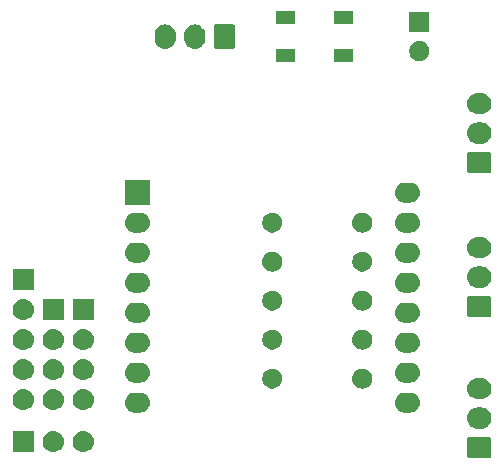
<source format=gts>
G04 #@! TF.GenerationSoftware,KiCad,Pcbnew,5.1.4-e60b266~84~ubuntu18.04.1*
G04 #@! TF.CreationDate,2019-09-03T20:05:05+02:00*
G04 #@! TF.ProjectId,multisensor,6d756c74-6973-4656-9e73-6f722e6b6963,rev?*
G04 #@! TF.SameCoordinates,Original*
G04 #@! TF.FileFunction,Soldermask,Top*
G04 #@! TF.FilePolarity,Negative*
%FSLAX46Y46*%
G04 Gerber Fmt 4.6, Leading zero omitted, Abs format (unit mm)*
G04 Created by KiCad (PCBNEW 5.1.4-e60b266~84~ubuntu18.04.1) date 2019-09-03 20:05:05*
%MOMM*%
%LPD*%
G04 APERTURE LIST*
%ADD10C,0.100000*%
G04 APERTURE END LIST*
D10*
G36*
X83179600Y-70222989D02*
G01*
X83212652Y-70233015D01*
X83243103Y-70249292D01*
X83269799Y-70271201D01*
X83291708Y-70297897D01*
X83307985Y-70328348D01*
X83318011Y-70361400D01*
X83322000Y-70401903D01*
X83322000Y-71838097D01*
X83318011Y-71878600D01*
X83307985Y-71911652D01*
X83291708Y-71942103D01*
X83269799Y-71968799D01*
X83243103Y-71990708D01*
X83212652Y-72006985D01*
X83179600Y-72017011D01*
X83139097Y-72021000D01*
X81452903Y-72021000D01*
X81412400Y-72017011D01*
X81379348Y-72006985D01*
X81348897Y-71990708D01*
X81322201Y-71968799D01*
X81300292Y-71942103D01*
X81284015Y-71911652D01*
X81273989Y-71878600D01*
X81270000Y-71838097D01*
X81270000Y-70401903D01*
X81273989Y-70361400D01*
X81284015Y-70328348D01*
X81300292Y-70297897D01*
X81322201Y-70271201D01*
X81348897Y-70249292D01*
X81379348Y-70233015D01*
X81412400Y-70222989D01*
X81452903Y-70219000D01*
X83139097Y-70219000D01*
X83179600Y-70222989D01*
X83179600Y-70222989D01*
G37*
G36*
X48878442Y-69717518D02*
G01*
X48944627Y-69724037D01*
X49114466Y-69775557D01*
X49270991Y-69859222D01*
X49306729Y-69888552D01*
X49408186Y-69971814D01*
X49491448Y-70073271D01*
X49520778Y-70109009D01*
X49604443Y-70265534D01*
X49655963Y-70435373D01*
X49673359Y-70612000D01*
X49655963Y-70788627D01*
X49604443Y-70958466D01*
X49520778Y-71114991D01*
X49491448Y-71150729D01*
X49408186Y-71252186D01*
X49306729Y-71335448D01*
X49270991Y-71364778D01*
X49114466Y-71448443D01*
X48944627Y-71499963D01*
X48878443Y-71506481D01*
X48812260Y-71513000D01*
X48723740Y-71513000D01*
X48657557Y-71506481D01*
X48591373Y-71499963D01*
X48421534Y-71448443D01*
X48265009Y-71364778D01*
X48229271Y-71335448D01*
X48127814Y-71252186D01*
X48044552Y-71150729D01*
X48015222Y-71114991D01*
X47931557Y-70958466D01*
X47880037Y-70788627D01*
X47862641Y-70612000D01*
X47880037Y-70435373D01*
X47931557Y-70265534D01*
X48015222Y-70109009D01*
X48044552Y-70073271D01*
X48127814Y-69971814D01*
X48229271Y-69888552D01*
X48265009Y-69859222D01*
X48421534Y-69775557D01*
X48591373Y-69724037D01*
X48657558Y-69717518D01*
X48723740Y-69711000D01*
X48812260Y-69711000D01*
X48878442Y-69717518D01*
X48878442Y-69717518D01*
G37*
G36*
X44589000Y-71513000D02*
G01*
X42787000Y-71513000D01*
X42787000Y-69711000D01*
X44589000Y-69711000D01*
X44589000Y-71513000D01*
X44589000Y-71513000D01*
G37*
G36*
X46338442Y-69717518D02*
G01*
X46404627Y-69724037D01*
X46574466Y-69775557D01*
X46730991Y-69859222D01*
X46766729Y-69888552D01*
X46868186Y-69971814D01*
X46951448Y-70073271D01*
X46980778Y-70109009D01*
X47064443Y-70265534D01*
X47115963Y-70435373D01*
X47133359Y-70612000D01*
X47115963Y-70788627D01*
X47064443Y-70958466D01*
X46980778Y-71114991D01*
X46951448Y-71150729D01*
X46868186Y-71252186D01*
X46766729Y-71335448D01*
X46730991Y-71364778D01*
X46574466Y-71448443D01*
X46404627Y-71499963D01*
X46338443Y-71506481D01*
X46272260Y-71513000D01*
X46183740Y-71513000D01*
X46117557Y-71506481D01*
X46051373Y-71499963D01*
X45881534Y-71448443D01*
X45725009Y-71364778D01*
X45689271Y-71335448D01*
X45587814Y-71252186D01*
X45504552Y-71150729D01*
X45475222Y-71114991D01*
X45391557Y-70958466D01*
X45340037Y-70788627D01*
X45322641Y-70612000D01*
X45340037Y-70435373D01*
X45391557Y-70265534D01*
X45475222Y-70109009D01*
X45504552Y-70073271D01*
X45587814Y-69971814D01*
X45689271Y-69888552D01*
X45725009Y-69859222D01*
X45881534Y-69775557D01*
X46051373Y-69724037D01*
X46117558Y-69717518D01*
X46183740Y-69711000D01*
X46272260Y-69711000D01*
X46338442Y-69717518D01*
X46338442Y-69717518D01*
G37*
G36*
X82531442Y-67725518D02*
G01*
X82597627Y-67732037D01*
X82767466Y-67783557D01*
X82923991Y-67867222D01*
X82954721Y-67892442D01*
X83061186Y-67979814D01*
X83144448Y-68081271D01*
X83173778Y-68117009D01*
X83257443Y-68273534D01*
X83308963Y-68443373D01*
X83326359Y-68620000D01*
X83308963Y-68796627D01*
X83257443Y-68966466D01*
X83173778Y-69122991D01*
X83144448Y-69158729D01*
X83061186Y-69260186D01*
X82959729Y-69343448D01*
X82923991Y-69372778D01*
X82767466Y-69456443D01*
X82597627Y-69507963D01*
X82531442Y-69514482D01*
X82465260Y-69521000D01*
X82126740Y-69521000D01*
X82060558Y-69514482D01*
X81994373Y-69507963D01*
X81824534Y-69456443D01*
X81668009Y-69372778D01*
X81632271Y-69343448D01*
X81530814Y-69260186D01*
X81447552Y-69158729D01*
X81418222Y-69122991D01*
X81334557Y-68966466D01*
X81283037Y-68796627D01*
X81265641Y-68620000D01*
X81283037Y-68443373D01*
X81334557Y-68273534D01*
X81418222Y-68117009D01*
X81447552Y-68081271D01*
X81530814Y-67979814D01*
X81637279Y-67892442D01*
X81668009Y-67867222D01*
X81824534Y-67783557D01*
X81994373Y-67732037D01*
X82060558Y-67725518D01*
X82126740Y-67719000D01*
X82465260Y-67719000D01*
X82531442Y-67725518D01*
X82531442Y-67725518D01*
G37*
G36*
X53706823Y-66471313D02*
G01*
X53867242Y-66519976D01*
X53999906Y-66590886D01*
X54015078Y-66598996D01*
X54144659Y-66705341D01*
X54251004Y-66834922D01*
X54251005Y-66834924D01*
X54330024Y-66982758D01*
X54378687Y-67143177D01*
X54395117Y-67310000D01*
X54378687Y-67476823D01*
X54330024Y-67637242D01*
X54286323Y-67719000D01*
X54251004Y-67785078D01*
X54144659Y-67914659D01*
X54015078Y-68021004D01*
X54015076Y-68021005D01*
X53867242Y-68100024D01*
X53706823Y-68148687D01*
X53581804Y-68161000D01*
X53098196Y-68161000D01*
X52973177Y-68148687D01*
X52812758Y-68100024D01*
X52664924Y-68021005D01*
X52664922Y-68021004D01*
X52535341Y-67914659D01*
X52428996Y-67785078D01*
X52393677Y-67719000D01*
X52349976Y-67637242D01*
X52301313Y-67476823D01*
X52284883Y-67310000D01*
X52301313Y-67143177D01*
X52349976Y-66982758D01*
X52428995Y-66834924D01*
X52428996Y-66834922D01*
X52535341Y-66705341D01*
X52664922Y-66598996D01*
X52680094Y-66590886D01*
X52812758Y-66519976D01*
X52973177Y-66471313D01*
X53098196Y-66459000D01*
X53581804Y-66459000D01*
X53706823Y-66471313D01*
X53706823Y-66471313D01*
G37*
G36*
X76566823Y-66471313D02*
G01*
X76727242Y-66519976D01*
X76859906Y-66590886D01*
X76875078Y-66598996D01*
X77004659Y-66705341D01*
X77111004Y-66834922D01*
X77111005Y-66834924D01*
X77190024Y-66982758D01*
X77238687Y-67143177D01*
X77255117Y-67310000D01*
X77238687Y-67476823D01*
X77190024Y-67637242D01*
X77146323Y-67719000D01*
X77111004Y-67785078D01*
X77004659Y-67914659D01*
X76875078Y-68021004D01*
X76875076Y-68021005D01*
X76727242Y-68100024D01*
X76566823Y-68148687D01*
X76441804Y-68161000D01*
X75958196Y-68161000D01*
X75833177Y-68148687D01*
X75672758Y-68100024D01*
X75524924Y-68021005D01*
X75524922Y-68021004D01*
X75395341Y-67914659D01*
X75288996Y-67785078D01*
X75253677Y-67719000D01*
X75209976Y-67637242D01*
X75161313Y-67476823D01*
X75144883Y-67310000D01*
X75161313Y-67143177D01*
X75209976Y-66982758D01*
X75288995Y-66834924D01*
X75288996Y-66834922D01*
X75395341Y-66705341D01*
X75524922Y-66598996D01*
X75540094Y-66590886D01*
X75672758Y-66519976D01*
X75833177Y-66471313D01*
X75958196Y-66459000D01*
X76441804Y-66459000D01*
X76566823Y-66471313D01*
X76566823Y-66471313D01*
G37*
G36*
X48878442Y-66161518D02*
G01*
X48944627Y-66168037D01*
X49114466Y-66219557D01*
X49270991Y-66303222D01*
X49306729Y-66332552D01*
X49408186Y-66415814D01*
X49491448Y-66517271D01*
X49520778Y-66553009D01*
X49604443Y-66709534D01*
X49655963Y-66879373D01*
X49673359Y-67056000D01*
X49655963Y-67232627D01*
X49604443Y-67402466D01*
X49520778Y-67558991D01*
X49491448Y-67594729D01*
X49408186Y-67696186D01*
X49306729Y-67779448D01*
X49270991Y-67808778D01*
X49114466Y-67892443D01*
X48944627Y-67943963D01*
X48878442Y-67950482D01*
X48812260Y-67957000D01*
X48723740Y-67957000D01*
X48657558Y-67950482D01*
X48591373Y-67943963D01*
X48421534Y-67892443D01*
X48265009Y-67808778D01*
X48229271Y-67779448D01*
X48127814Y-67696186D01*
X48044552Y-67594729D01*
X48015222Y-67558991D01*
X47931557Y-67402466D01*
X47880037Y-67232627D01*
X47862641Y-67056000D01*
X47880037Y-66879373D01*
X47931557Y-66709534D01*
X48015222Y-66553009D01*
X48044552Y-66517271D01*
X48127814Y-66415814D01*
X48229271Y-66332552D01*
X48265009Y-66303222D01*
X48421534Y-66219557D01*
X48591373Y-66168037D01*
X48657558Y-66161518D01*
X48723740Y-66155000D01*
X48812260Y-66155000D01*
X48878442Y-66161518D01*
X48878442Y-66161518D01*
G37*
G36*
X43798442Y-66161518D02*
G01*
X43864627Y-66168037D01*
X44034466Y-66219557D01*
X44190991Y-66303222D01*
X44226729Y-66332552D01*
X44328186Y-66415814D01*
X44411448Y-66517271D01*
X44440778Y-66553009D01*
X44524443Y-66709534D01*
X44575963Y-66879373D01*
X44593359Y-67056000D01*
X44575963Y-67232627D01*
X44524443Y-67402466D01*
X44440778Y-67558991D01*
X44411448Y-67594729D01*
X44328186Y-67696186D01*
X44226729Y-67779448D01*
X44190991Y-67808778D01*
X44034466Y-67892443D01*
X43864627Y-67943963D01*
X43798442Y-67950482D01*
X43732260Y-67957000D01*
X43643740Y-67957000D01*
X43577558Y-67950482D01*
X43511373Y-67943963D01*
X43341534Y-67892443D01*
X43185009Y-67808778D01*
X43149271Y-67779448D01*
X43047814Y-67696186D01*
X42964552Y-67594729D01*
X42935222Y-67558991D01*
X42851557Y-67402466D01*
X42800037Y-67232627D01*
X42782641Y-67056000D01*
X42800037Y-66879373D01*
X42851557Y-66709534D01*
X42935222Y-66553009D01*
X42964552Y-66517271D01*
X43047814Y-66415814D01*
X43149271Y-66332552D01*
X43185009Y-66303222D01*
X43341534Y-66219557D01*
X43511373Y-66168037D01*
X43577558Y-66161518D01*
X43643740Y-66155000D01*
X43732260Y-66155000D01*
X43798442Y-66161518D01*
X43798442Y-66161518D01*
G37*
G36*
X46338442Y-66161518D02*
G01*
X46404627Y-66168037D01*
X46574466Y-66219557D01*
X46730991Y-66303222D01*
X46766729Y-66332552D01*
X46868186Y-66415814D01*
X46951448Y-66517271D01*
X46980778Y-66553009D01*
X47064443Y-66709534D01*
X47115963Y-66879373D01*
X47133359Y-67056000D01*
X47115963Y-67232627D01*
X47064443Y-67402466D01*
X46980778Y-67558991D01*
X46951448Y-67594729D01*
X46868186Y-67696186D01*
X46766729Y-67779448D01*
X46730991Y-67808778D01*
X46574466Y-67892443D01*
X46404627Y-67943963D01*
X46338442Y-67950482D01*
X46272260Y-67957000D01*
X46183740Y-67957000D01*
X46117558Y-67950482D01*
X46051373Y-67943963D01*
X45881534Y-67892443D01*
X45725009Y-67808778D01*
X45689271Y-67779448D01*
X45587814Y-67696186D01*
X45504552Y-67594729D01*
X45475222Y-67558991D01*
X45391557Y-67402466D01*
X45340037Y-67232627D01*
X45322641Y-67056000D01*
X45340037Y-66879373D01*
X45391557Y-66709534D01*
X45475222Y-66553009D01*
X45504552Y-66517271D01*
X45587814Y-66415814D01*
X45689271Y-66332552D01*
X45725009Y-66303222D01*
X45881534Y-66219557D01*
X46051373Y-66168037D01*
X46117558Y-66161518D01*
X46183740Y-66155000D01*
X46272260Y-66155000D01*
X46338442Y-66161518D01*
X46338442Y-66161518D01*
G37*
G36*
X82531442Y-65225518D02*
G01*
X82597627Y-65232037D01*
X82767466Y-65283557D01*
X82923991Y-65367222D01*
X82959729Y-65396552D01*
X83061186Y-65479814D01*
X83127012Y-65560025D01*
X83173778Y-65617009D01*
X83257443Y-65773534D01*
X83308963Y-65943373D01*
X83326359Y-66120000D01*
X83308963Y-66296627D01*
X83257443Y-66466466D01*
X83173778Y-66622991D01*
X83144448Y-66658729D01*
X83061186Y-66760186D01*
X82970116Y-66834924D01*
X82923991Y-66872778D01*
X82767466Y-66956443D01*
X82597627Y-67007963D01*
X82531443Y-67014481D01*
X82465260Y-67021000D01*
X82126740Y-67021000D01*
X82060557Y-67014481D01*
X81994373Y-67007963D01*
X81824534Y-66956443D01*
X81668009Y-66872778D01*
X81621884Y-66834924D01*
X81530814Y-66760186D01*
X81447552Y-66658729D01*
X81418222Y-66622991D01*
X81334557Y-66466466D01*
X81283037Y-66296627D01*
X81265641Y-66120000D01*
X81283037Y-65943373D01*
X81334557Y-65773534D01*
X81418222Y-65617009D01*
X81464988Y-65560025D01*
X81530814Y-65479814D01*
X81632271Y-65396552D01*
X81668009Y-65367222D01*
X81824534Y-65283557D01*
X81994373Y-65232037D01*
X82060558Y-65225518D01*
X82126740Y-65219000D01*
X82465260Y-65219000D01*
X82531442Y-65225518D01*
X82531442Y-65225518D01*
G37*
G36*
X65018228Y-64459703D02*
G01*
X65173100Y-64523853D01*
X65312481Y-64616985D01*
X65431015Y-64735519D01*
X65524147Y-64874900D01*
X65588297Y-65029772D01*
X65621000Y-65194184D01*
X65621000Y-65361816D01*
X65588297Y-65526228D01*
X65524147Y-65681100D01*
X65431015Y-65820481D01*
X65312481Y-65939015D01*
X65173100Y-66032147D01*
X65018228Y-66096297D01*
X64853816Y-66129000D01*
X64686184Y-66129000D01*
X64521772Y-66096297D01*
X64366900Y-66032147D01*
X64227519Y-65939015D01*
X64108985Y-65820481D01*
X64015853Y-65681100D01*
X63951703Y-65526228D01*
X63919000Y-65361816D01*
X63919000Y-65194184D01*
X63951703Y-65029772D01*
X64015853Y-64874900D01*
X64108985Y-64735519D01*
X64227519Y-64616985D01*
X64366900Y-64523853D01*
X64521772Y-64459703D01*
X64686184Y-64427000D01*
X64853816Y-64427000D01*
X65018228Y-64459703D01*
X65018228Y-64459703D01*
G37*
G36*
X72556823Y-64439313D02*
G01*
X72717242Y-64487976D01*
X72784361Y-64523852D01*
X72865078Y-64566996D01*
X72994659Y-64673341D01*
X73101004Y-64802922D01*
X73101005Y-64802924D01*
X73180024Y-64950758D01*
X73228687Y-65111177D01*
X73245117Y-65278000D01*
X73228687Y-65444823D01*
X73180024Y-65605242D01*
X73139477Y-65681100D01*
X73101004Y-65753078D01*
X72994659Y-65882659D01*
X72865078Y-65989004D01*
X72865076Y-65989005D01*
X72717242Y-66068024D01*
X72556823Y-66116687D01*
X72431804Y-66129000D01*
X72348196Y-66129000D01*
X72223177Y-66116687D01*
X72062758Y-66068024D01*
X71914924Y-65989005D01*
X71914922Y-65989004D01*
X71785341Y-65882659D01*
X71678996Y-65753078D01*
X71640523Y-65681100D01*
X71599976Y-65605242D01*
X71551313Y-65444823D01*
X71534883Y-65278000D01*
X71551313Y-65111177D01*
X71599976Y-64950758D01*
X71678995Y-64802924D01*
X71678996Y-64802922D01*
X71785341Y-64673341D01*
X71914922Y-64566996D01*
X71995639Y-64523852D01*
X72062758Y-64487976D01*
X72223177Y-64439313D01*
X72348196Y-64427000D01*
X72431804Y-64427000D01*
X72556823Y-64439313D01*
X72556823Y-64439313D01*
G37*
G36*
X53706823Y-63931313D02*
G01*
X53867242Y-63979976D01*
X53999906Y-64050886D01*
X54015078Y-64058996D01*
X54144659Y-64165341D01*
X54251004Y-64294922D01*
X54251005Y-64294924D01*
X54330024Y-64442758D01*
X54378687Y-64603177D01*
X54395117Y-64770000D01*
X54378687Y-64936823D01*
X54330024Y-65097242D01*
X54278207Y-65194184D01*
X54251004Y-65245078D01*
X54144659Y-65374659D01*
X54015078Y-65481004D01*
X54015076Y-65481005D01*
X53867242Y-65560024D01*
X53706823Y-65608687D01*
X53581804Y-65621000D01*
X53098196Y-65621000D01*
X52973177Y-65608687D01*
X52812758Y-65560024D01*
X52664924Y-65481005D01*
X52664922Y-65481004D01*
X52535341Y-65374659D01*
X52428996Y-65245078D01*
X52401793Y-65194184D01*
X52349976Y-65097242D01*
X52301313Y-64936823D01*
X52284883Y-64770000D01*
X52301313Y-64603177D01*
X52349976Y-64442758D01*
X52428995Y-64294924D01*
X52428996Y-64294922D01*
X52535341Y-64165341D01*
X52664922Y-64058996D01*
X52680094Y-64050886D01*
X52812758Y-63979976D01*
X52973177Y-63931313D01*
X53098196Y-63919000D01*
X53581804Y-63919000D01*
X53706823Y-63931313D01*
X53706823Y-63931313D01*
G37*
G36*
X76566823Y-63931313D02*
G01*
X76727242Y-63979976D01*
X76859906Y-64050886D01*
X76875078Y-64058996D01*
X77004659Y-64165341D01*
X77111004Y-64294922D01*
X77111005Y-64294924D01*
X77190024Y-64442758D01*
X77238687Y-64603177D01*
X77255117Y-64770000D01*
X77238687Y-64936823D01*
X77190024Y-65097242D01*
X77138207Y-65194184D01*
X77111004Y-65245078D01*
X77004659Y-65374659D01*
X76875078Y-65481004D01*
X76875076Y-65481005D01*
X76727242Y-65560024D01*
X76566823Y-65608687D01*
X76441804Y-65621000D01*
X75958196Y-65621000D01*
X75833177Y-65608687D01*
X75672758Y-65560024D01*
X75524924Y-65481005D01*
X75524922Y-65481004D01*
X75395341Y-65374659D01*
X75288996Y-65245078D01*
X75261793Y-65194184D01*
X75209976Y-65097242D01*
X75161313Y-64936823D01*
X75144883Y-64770000D01*
X75161313Y-64603177D01*
X75209976Y-64442758D01*
X75288995Y-64294924D01*
X75288996Y-64294922D01*
X75395341Y-64165341D01*
X75524922Y-64058996D01*
X75540094Y-64050886D01*
X75672758Y-63979976D01*
X75833177Y-63931313D01*
X75958196Y-63919000D01*
X76441804Y-63919000D01*
X76566823Y-63931313D01*
X76566823Y-63931313D01*
G37*
G36*
X43798443Y-63621519D02*
G01*
X43864627Y-63628037D01*
X44034466Y-63679557D01*
X44190991Y-63763222D01*
X44226729Y-63792552D01*
X44328186Y-63875814D01*
X44411448Y-63977271D01*
X44440778Y-64013009D01*
X44524443Y-64169534D01*
X44575963Y-64339373D01*
X44593359Y-64516000D01*
X44575963Y-64692627D01*
X44524443Y-64862466D01*
X44440778Y-65018991D01*
X44431931Y-65029771D01*
X44328186Y-65156186D01*
X44235760Y-65232037D01*
X44190991Y-65268778D01*
X44034466Y-65352443D01*
X43864627Y-65403963D01*
X43798443Y-65410481D01*
X43732260Y-65417000D01*
X43643740Y-65417000D01*
X43577557Y-65410481D01*
X43511373Y-65403963D01*
X43341534Y-65352443D01*
X43185009Y-65268778D01*
X43140240Y-65232037D01*
X43047814Y-65156186D01*
X42944069Y-65029771D01*
X42935222Y-65018991D01*
X42851557Y-64862466D01*
X42800037Y-64692627D01*
X42782641Y-64516000D01*
X42800037Y-64339373D01*
X42851557Y-64169534D01*
X42935222Y-64013009D01*
X42964552Y-63977271D01*
X43047814Y-63875814D01*
X43149271Y-63792552D01*
X43185009Y-63763222D01*
X43341534Y-63679557D01*
X43511373Y-63628037D01*
X43577557Y-63621519D01*
X43643740Y-63615000D01*
X43732260Y-63615000D01*
X43798443Y-63621519D01*
X43798443Y-63621519D01*
G37*
G36*
X48878443Y-63621519D02*
G01*
X48944627Y-63628037D01*
X49114466Y-63679557D01*
X49270991Y-63763222D01*
X49306729Y-63792552D01*
X49408186Y-63875814D01*
X49491448Y-63977271D01*
X49520778Y-64013009D01*
X49604443Y-64169534D01*
X49655963Y-64339373D01*
X49673359Y-64516000D01*
X49655963Y-64692627D01*
X49604443Y-64862466D01*
X49520778Y-65018991D01*
X49511931Y-65029771D01*
X49408186Y-65156186D01*
X49315760Y-65232037D01*
X49270991Y-65268778D01*
X49114466Y-65352443D01*
X48944627Y-65403963D01*
X48878443Y-65410481D01*
X48812260Y-65417000D01*
X48723740Y-65417000D01*
X48657557Y-65410481D01*
X48591373Y-65403963D01*
X48421534Y-65352443D01*
X48265009Y-65268778D01*
X48220240Y-65232037D01*
X48127814Y-65156186D01*
X48024069Y-65029771D01*
X48015222Y-65018991D01*
X47931557Y-64862466D01*
X47880037Y-64692627D01*
X47862641Y-64516000D01*
X47880037Y-64339373D01*
X47931557Y-64169534D01*
X48015222Y-64013009D01*
X48044552Y-63977271D01*
X48127814Y-63875814D01*
X48229271Y-63792552D01*
X48265009Y-63763222D01*
X48421534Y-63679557D01*
X48591373Y-63628037D01*
X48657557Y-63621519D01*
X48723740Y-63615000D01*
X48812260Y-63615000D01*
X48878443Y-63621519D01*
X48878443Y-63621519D01*
G37*
G36*
X46338443Y-63621519D02*
G01*
X46404627Y-63628037D01*
X46574466Y-63679557D01*
X46730991Y-63763222D01*
X46766729Y-63792552D01*
X46868186Y-63875814D01*
X46951448Y-63977271D01*
X46980778Y-64013009D01*
X47064443Y-64169534D01*
X47115963Y-64339373D01*
X47133359Y-64516000D01*
X47115963Y-64692627D01*
X47064443Y-64862466D01*
X46980778Y-65018991D01*
X46971931Y-65029771D01*
X46868186Y-65156186D01*
X46775760Y-65232037D01*
X46730991Y-65268778D01*
X46574466Y-65352443D01*
X46404627Y-65403963D01*
X46338443Y-65410481D01*
X46272260Y-65417000D01*
X46183740Y-65417000D01*
X46117557Y-65410481D01*
X46051373Y-65403963D01*
X45881534Y-65352443D01*
X45725009Y-65268778D01*
X45680240Y-65232037D01*
X45587814Y-65156186D01*
X45484069Y-65029771D01*
X45475222Y-65018991D01*
X45391557Y-64862466D01*
X45340037Y-64692627D01*
X45322641Y-64516000D01*
X45340037Y-64339373D01*
X45391557Y-64169534D01*
X45475222Y-64013009D01*
X45504552Y-63977271D01*
X45587814Y-63875814D01*
X45689271Y-63792552D01*
X45725009Y-63763222D01*
X45881534Y-63679557D01*
X46051373Y-63628037D01*
X46117557Y-63621519D01*
X46183740Y-63615000D01*
X46272260Y-63615000D01*
X46338443Y-63621519D01*
X46338443Y-63621519D01*
G37*
G36*
X76566823Y-61391313D02*
G01*
X76727242Y-61439976D01*
X76859906Y-61510886D01*
X76875078Y-61518996D01*
X77004659Y-61625341D01*
X77111004Y-61754922D01*
X77111005Y-61754924D01*
X77190024Y-61902758D01*
X77238687Y-62063177D01*
X77255117Y-62230000D01*
X77238687Y-62396823D01*
X77190024Y-62557242D01*
X77147384Y-62637015D01*
X77111004Y-62705078D01*
X77004659Y-62834659D01*
X76875078Y-62941004D01*
X76875076Y-62941005D01*
X76727242Y-63020024D01*
X76566823Y-63068687D01*
X76441804Y-63081000D01*
X75958196Y-63081000D01*
X75833177Y-63068687D01*
X75672758Y-63020024D01*
X75524924Y-62941005D01*
X75524922Y-62941004D01*
X75395341Y-62834659D01*
X75288996Y-62705078D01*
X75252616Y-62637015D01*
X75209976Y-62557242D01*
X75161313Y-62396823D01*
X75144883Y-62230000D01*
X75161313Y-62063177D01*
X75209976Y-61902758D01*
X75288995Y-61754924D01*
X75288996Y-61754922D01*
X75395341Y-61625341D01*
X75524922Y-61518996D01*
X75540094Y-61510886D01*
X75672758Y-61439976D01*
X75833177Y-61391313D01*
X75958196Y-61379000D01*
X76441804Y-61379000D01*
X76566823Y-61391313D01*
X76566823Y-61391313D01*
G37*
G36*
X53706823Y-61391313D02*
G01*
X53867242Y-61439976D01*
X53999906Y-61510886D01*
X54015078Y-61518996D01*
X54144659Y-61625341D01*
X54251004Y-61754922D01*
X54251005Y-61754924D01*
X54330024Y-61902758D01*
X54378687Y-62063177D01*
X54395117Y-62230000D01*
X54378687Y-62396823D01*
X54330024Y-62557242D01*
X54287384Y-62637015D01*
X54251004Y-62705078D01*
X54144659Y-62834659D01*
X54015078Y-62941004D01*
X54015076Y-62941005D01*
X53867242Y-63020024D01*
X53706823Y-63068687D01*
X53581804Y-63081000D01*
X53098196Y-63081000D01*
X52973177Y-63068687D01*
X52812758Y-63020024D01*
X52664924Y-62941005D01*
X52664922Y-62941004D01*
X52535341Y-62834659D01*
X52428996Y-62705078D01*
X52392616Y-62637015D01*
X52349976Y-62557242D01*
X52301313Y-62396823D01*
X52284883Y-62230000D01*
X52301313Y-62063177D01*
X52349976Y-61902758D01*
X52428995Y-61754924D01*
X52428996Y-61754922D01*
X52535341Y-61625341D01*
X52664922Y-61518996D01*
X52680094Y-61510886D01*
X52812758Y-61439976D01*
X52973177Y-61391313D01*
X53098196Y-61379000D01*
X53581804Y-61379000D01*
X53706823Y-61391313D01*
X53706823Y-61391313D01*
G37*
G36*
X48878442Y-61081518D02*
G01*
X48944627Y-61088037D01*
X49114466Y-61139557D01*
X49270991Y-61223222D01*
X49306729Y-61252552D01*
X49408186Y-61335814D01*
X49488369Y-61433519D01*
X49520778Y-61473009D01*
X49604443Y-61629534D01*
X49655963Y-61799373D01*
X49673359Y-61976000D01*
X49655963Y-62152627D01*
X49604443Y-62322466D01*
X49520778Y-62478991D01*
X49491448Y-62514729D01*
X49408186Y-62616186D01*
X49306729Y-62699448D01*
X49270991Y-62728778D01*
X49114466Y-62812443D01*
X48944627Y-62863963D01*
X48878443Y-62870481D01*
X48812260Y-62877000D01*
X48723740Y-62877000D01*
X48657557Y-62870481D01*
X48591373Y-62863963D01*
X48421534Y-62812443D01*
X48265009Y-62728778D01*
X48229271Y-62699448D01*
X48127814Y-62616186D01*
X48044552Y-62514729D01*
X48015222Y-62478991D01*
X47931557Y-62322466D01*
X47880037Y-62152627D01*
X47862641Y-61976000D01*
X47880037Y-61799373D01*
X47931557Y-61629534D01*
X48015222Y-61473009D01*
X48047631Y-61433519D01*
X48127814Y-61335814D01*
X48229271Y-61252552D01*
X48265009Y-61223222D01*
X48421534Y-61139557D01*
X48591373Y-61088037D01*
X48657558Y-61081518D01*
X48723740Y-61075000D01*
X48812260Y-61075000D01*
X48878442Y-61081518D01*
X48878442Y-61081518D01*
G37*
G36*
X43798442Y-61081518D02*
G01*
X43864627Y-61088037D01*
X44034466Y-61139557D01*
X44190991Y-61223222D01*
X44226729Y-61252552D01*
X44328186Y-61335814D01*
X44408369Y-61433519D01*
X44440778Y-61473009D01*
X44524443Y-61629534D01*
X44575963Y-61799373D01*
X44593359Y-61976000D01*
X44575963Y-62152627D01*
X44524443Y-62322466D01*
X44440778Y-62478991D01*
X44411448Y-62514729D01*
X44328186Y-62616186D01*
X44226729Y-62699448D01*
X44190991Y-62728778D01*
X44034466Y-62812443D01*
X43864627Y-62863963D01*
X43798443Y-62870481D01*
X43732260Y-62877000D01*
X43643740Y-62877000D01*
X43577557Y-62870481D01*
X43511373Y-62863963D01*
X43341534Y-62812443D01*
X43185009Y-62728778D01*
X43149271Y-62699448D01*
X43047814Y-62616186D01*
X42964552Y-62514729D01*
X42935222Y-62478991D01*
X42851557Y-62322466D01*
X42800037Y-62152627D01*
X42782641Y-61976000D01*
X42800037Y-61799373D01*
X42851557Y-61629534D01*
X42935222Y-61473009D01*
X42967631Y-61433519D01*
X43047814Y-61335814D01*
X43149271Y-61252552D01*
X43185009Y-61223222D01*
X43341534Y-61139557D01*
X43511373Y-61088037D01*
X43577558Y-61081518D01*
X43643740Y-61075000D01*
X43732260Y-61075000D01*
X43798442Y-61081518D01*
X43798442Y-61081518D01*
G37*
G36*
X46338442Y-61081518D02*
G01*
X46404627Y-61088037D01*
X46574466Y-61139557D01*
X46730991Y-61223222D01*
X46766729Y-61252552D01*
X46868186Y-61335814D01*
X46948369Y-61433519D01*
X46980778Y-61473009D01*
X47064443Y-61629534D01*
X47115963Y-61799373D01*
X47133359Y-61976000D01*
X47115963Y-62152627D01*
X47064443Y-62322466D01*
X46980778Y-62478991D01*
X46951448Y-62514729D01*
X46868186Y-62616186D01*
X46766729Y-62699448D01*
X46730991Y-62728778D01*
X46574466Y-62812443D01*
X46404627Y-62863963D01*
X46338443Y-62870481D01*
X46272260Y-62877000D01*
X46183740Y-62877000D01*
X46117557Y-62870481D01*
X46051373Y-62863963D01*
X45881534Y-62812443D01*
X45725009Y-62728778D01*
X45689271Y-62699448D01*
X45587814Y-62616186D01*
X45504552Y-62514729D01*
X45475222Y-62478991D01*
X45391557Y-62322466D01*
X45340037Y-62152627D01*
X45322641Y-61976000D01*
X45340037Y-61799373D01*
X45391557Y-61629534D01*
X45475222Y-61473009D01*
X45507631Y-61433519D01*
X45587814Y-61335814D01*
X45689271Y-61252552D01*
X45725009Y-61223222D01*
X45881534Y-61139557D01*
X46051373Y-61088037D01*
X46117558Y-61081518D01*
X46183740Y-61075000D01*
X46272260Y-61075000D01*
X46338442Y-61081518D01*
X46338442Y-61081518D01*
G37*
G36*
X72556823Y-61137313D02*
G01*
X72717242Y-61185976D01*
X72784361Y-61221852D01*
X72865078Y-61264996D01*
X72994659Y-61371341D01*
X73101004Y-61500922D01*
X73101005Y-61500924D01*
X73180024Y-61648758D01*
X73228687Y-61809177D01*
X73245117Y-61976000D01*
X73228687Y-62142823D01*
X73180024Y-62303242D01*
X73139477Y-62379100D01*
X73101004Y-62451078D01*
X72994659Y-62580659D01*
X72865078Y-62687004D01*
X72865076Y-62687005D01*
X72717242Y-62766024D01*
X72556823Y-62814687D01*
X72431804Y-62827000D01*
X72348196Y-62827000D01*
X72223177Y-62814687D01*
X72062758Y-62766024D01*
X71914924Y-62687005D01*
X71914922Y-62687004D01*
X71785341Y-62580659D01*
X71678996Y-62451078D01*
X71640523Y-62379100D01*
X71599976Y-62303242D01*
X71551313Y-62142823D01*
X71534883Y-61976000D01*
X71551313Y-61809177D01*
X71599976Y-61648758D01*
X71678995Y-61500924D01*
X71678996Y-61500922D01*
X71785341Y-61371341D01*
X71914922Y-61264996D01*
X71995639Y-61221852D01*
X72062758Y-61185976D01*
X72223177Y-61137313D01*
X72348196Y-61125000D01*
X72431804Y-61125000D01*
X72556823Y-61137313D01*
X72556823Y-61137313D01*
G37*
G36*
X65018228Y-61157703D02*
G01*
X65173100Y-61221853D01*
X65312481Y-61314985D01*
X65431015Y-61433519D01*
X65524147Y-61572900D01*
X65588297Y-61727772D01*
X65621000Y-61892184D01*
X65621000Y-62059816D01*
X65588297Y-62224228D01*
X65524147Y-62379100D01*
X65431015Y-62518481D01*
X65312481Y-62637015D01*
X65173100Y-62730147D01*
X65018228Y-62794297D01*
X64853816Y-62827000D01*
X64686184Y-62827000D01*
X64521772Y-62794297D01*
X64366900Y-62730147D01*
X64227519Y-62637015D01*
X64108985Y-62518481D01*
X64015853Y-62379100D01*
X63951703Y-62224228D01*
X63919000Y-62059816D01*
X63919000Y-61892184D01*
X63951703Y-61727772D01*
X64015853Y-61572900D01*
X64108985Y-61433519D01*
X64227519Y-61314985D01*
X64366900Y-61221853D01*
X64521772Y-61157703D01*
X64686184Y-61125000D01*
X64853816Y-61125000D01*
X65018228Y-61157703D01*
X65018228Y-61157703D01*
G37*
G36*
X76566823Y-58851313D02*
G01*
X76727242Y-58899976D01*
X76859906Y-58970886D01*
X76875078Y-58978996D01*
X77004659Y-59085341D01*
X77111004Y-59214922D01*
X77111005Y-59214924D01*
X77190024Y-59362758D01*
X77238687Y-59523177D01*
X77255117Y-59690000D01*
X77238687Y-59856823D01*
X77190024Y-60017242D01*
X77119114Y-60149906D01*
X77111004Y-60165078D01*
X77004659Y-60294659D01*
X76875078Y-60401004D01*
X76875076Y-60401005D01*
X76727242Y-60480024D01*
X76566823Y-60528687D01*
X76441804Y-60541000D01*
X75958196Y-60541000D01*
X75833177Y-60528687D01*
X75672758Y-60480024D01*
X75524924Y-60401005D01*
X75524922Y-60401004D01*
X75395341Y-60294659D01*
X75288996Y-60165078D01*
X75280886Y-60149906D01*
X75209976Y-60017242D01*
X75161313Y-59856823D01*
X75144883Y-59690000D01*
X75161313Y-59523177D01*
X75209976Y-59362758D01*
X75288995Y-59214924D01*
X75288996Y-59214922D01*
X75395341Y-59085341D01*
X75524922Y-58978996D01*
X75540094Y-58970886D01*
X75672758Y-58899976D01*
X75833177Y-58851313D01*
X75958196Y-58839000D01*
X76441804Y-58839000D01*
X76566823Y-58851313D01*
X76566823Y-58851313D01*
G37*
G36*
X53706823Y-58851313D02*
G01*
X53867242Y-58899976D01*
X53999906Y-58970886D01*
X54015078Y-58978996D01*
X54144659Y-59085341D01*
X54251004Y-59214922D01*
X54251005Y-59214924D01*
X54330024Y-59362758D01*
X54378687Y-59523177D01*
X54395117Y-59690000D01*
X54378687Y-59856823D01*
X54330024Y-60017242D01*
X54259114Y-60149906D01*
X54251004Y-60165078D01*
X54144659Y-60294659D01*
X54015078Y-60401004D01*
X54015076Y-60401005D01*
X53867242Y-60480024D01*
X53706823Y-60528687D01*
X53581804Y-60541000D01*
X53098196Y-60541000D01*
X52973177Y-60528687D01*
X52812758Y-60480024D01*
X52664924Y-60401005D01*
X52664922Y-60401004D01*
X52535341Y-60294659D01*
X52428996Y-60165078D01*
X52420886Y-60149906D01*
X52349976Y-60017242D01*
X52301313Y-59856823D01*
X52284883Y-59690000D01*
X52301313Y-59523177D01*
X52349976Y-59362758D01*
X52428995Y-59214924D01*
X52428996Y-59214922D01*
X52535341Y-59085341D01*
X52664922Y-58978996D01*
X52680094Y-58970886D01*
X52812758Y-58899976D01*
X52973177Y-58851313D01*
X53098196Y-58839000D01*
X53581804Y-58839000D01*
X53706823Y-58851313D01*
X53706823Y-58851313D01*
G37*
G36*
X49669000Y-60337000D02*
G01*
X47867000Y-60337000D01*
X47867000Y-58535000D01*
X49669000Y-58535000D01*
X49669000Y-60337000D01*
X49669000Y-60337000D01*
G37*
G36*
X43798443Y-58541519D02*
G01*
X43864627Y-58548037D01*
X44034466Y-58599557D01*
X44190991Y-58683222D01*
X44226729Y-58712552D01*
X44328186Y-58795814D01*
X44411448Y-58897271D01*
X44440778Y-58933009D01*
X44524443Y-59089534D01*
X44575963Y-59259373D01*
X44593359Y-59436000D01*
X44575963Y-59612627D01*
X44524443Y-59782466D01*
X44440778Y-59938991D01*
X44419247Y-59965226D01*
X44328186Y-60076186D01*
X44226729Y-60159448D01*
X44190991Y-60188778D01*
X44034466Y-60272443D01*
X43864627Y-60323963D01*
X43798442Y-60330482D01*
X43732260Y-60337000D01*
X43643740Y-60337000D01*
X43577558Y-60330482D01*
X43511373Y-60323963D01*
X43341534Y-60272443D01*
X43185009Y-60188778D01*
X43149271Y-60159448D01*
X43047814Y-60076186D01*
X42956753Y-59965226D01*
X42935222Y-59938991D01*
X42851557Y-59782466D01*
X42800037Y-59612627D01*
X42782641Y-59436000D01*
X42800037Y-59259373D01*
X42851557Y-59089534D01*
X42935222Y-58933009D01*
X42964552Y-58897271D01*
X43047814Y-58795814D01*
X43149271Y-58712552D01*
X43185009Y-58683222D01*
X43341534Y-58599557D01*
X43511373Y-58548037D01*
X43577557Y-58541519D01*
X43643740Y-58535000D01*
X43732260Y-58535000D01*
X43798443Y-58541519D01*
X43798443Y-58541519D01*
G37*
G36*
X47129000Y-60337000D02*
G01*
X45327000Y-60337000D01*
X45327000Y-58535000D01*
X47129000Y-58535000D01*
X47129000Y-60337000D01*
X47129000Y-60337000D01*
G37*
G36*
X83179600Y-58284989D02*
G01*
X83212652Y-58295015D01*
X83243103Y-58311292D01*
X83269799Y-58333201D01*
X83291708Y-58359897D01*
X83307985Y-58390348D01*
X83318011Y-58423400D01*
X83322000Y-58463903D01*
X83322000Y-59900097D01*
X83318011Y-59940600D01*
X83307985Y-59973652D01*
X83291708Y-60004103D01*
X83269799Y-60030799D01*
X83243103Y-60052708D01*
X83212652Y-60068985D01*
X83179600Y-60079011D01*
X83139097Y-60083000D01*
X81452903Y-60083000D01*
X81412400Y-60079011D01*
X81379348Y-60068985D01*
X81348897Y-60052708D01*
X81322201Y-60030799D01*
X81300292Y-60004103D01*
X81284015Y-59973652D01*
X81273989Y-59940600D01*
X81270000Y-59900097D01*
X81270000Y-58463903D01*
X81273989Y-58423400D01*
X81284015Y-58390348D01*
X81300292Y-58359897D01*
X81322201Y-58333201D01*
X81348897Y-58311292D01*
X81379348Y-58295015D01*
X81412400Y-58284989D01*
X81452903Y-58281000D01*
X83139097Y-58281000D01*
X83179600Y-58284989D01*
X83179600Y-58284989D01*
G37*
G36*
X72556823Y-57835313D02*
G01*
X72717242Y-57883976D01*
X72784361Y-57919852D01*
X72865078Y-57962996D01*
X72994659Y-58069341D01*
X73101004Y-58198922D01*
X73101005Y-58198924D01*
X73180024Y-58346758D01*
X73228687Y-58507177D01*
X73245117Y-58674000D01*
X73228687Y-58840823D01*
X73180024Y-59001242D01*
X73139477Y-59077100D01*
X73101004Y-59149078D01*
X72994659Y-59278659D01*
X72865078Y-59385004D01*
X72865076Y-59385005D01*
X72717242Y-59464024D01*
X72556823Y-59512687D01*
X72431804Y-59525000D01*
X72348196Y-59525000D01*
X72223177Y-59512687D01*
X72062758Y-59464024D01*
X71914924Y-59385005D01*
X71914922Y-59385004D01*
X71785341Y-59278659D01*
X71678996Y-59149078D01*
X71640523Y-59077100D01*
X71599976Y-59001242D01*
X71551313Y-58840823D01*
X71534883Y-58674000D01*
X71551313Y-58507177D01*
X71599976Y-58346758D01*
X71678995Y-58198924D01*
X71678996Y-58198922D01*
X71785341Y-58069341D01*
X71914922Y-57962996D01*
X71995639Y-57919852D01*
X72062758Y-57883976D01*
X72223177Y-57835313D01*
X72348196Y-57823000D01*
X72431804Y-57823000D01*
X72556823Y-57835313D01*
X72556823Y-57835313D01*
G37*
G36*
X65018228Y-57855703D02*
G01*
X65173100Y-57919853D01*
X65312481Y-58012985D01*
X65431015Y-58131519D01*
X65524147Y-58270900D01*
X65588297Y-58425772D01*
X65621000Y-58590184D01*
X65621000Y-58757816D01*
X65588297Y-58922228D01*
X65524147Y-59077100D01*
X65431015Y-59216481D01*
X65312481Y-59335015D01*
X65173100Y-59428147D01*
X65018228Y-59492297D01*
X64853816Y-59525000D01*
X64686184Y-59525000D01*
X64521772Y-59492297D01*
X64366900Y-59428147D01*
X64227519Y-59335015D01*
X64108985Y-59216481D01*
X64015853Y-59077100D01*
X63951703Y-58922228D01*
X63919000Y-58757816D01*
X63919000Y-58590184D01*
X63951703Y-58425772D01*
X64015853Y-58270900D01*
X64108985Y-58131519D01*
X64227519Y-58012985D01*
X64366900Y-57919853D01*
X64521772Y-57855703D01*
X64686184Y-57823000D01*
X64853816Y-57823000D01*
X65018228Y-57855703D01*
X65018228Y-57855703D01*
G37*
G36*
X76566823Y-56311313D02*
G01*
X76727242Y-56359976D01*
X76859906Y-56430886D01*
X76875078Y-56438996D01*
X77004659Y-56545341D01*
X77111004Y-56674922D01*
X77111005Y-56674924D01*
X77190024Y-56822758D01*
X77238687Y-56983177D01*
X77255117Y-57150000D01*
X77238687Y-57316823D01*
X77190024Y-57477242D01*
X77133495Y-57583000D01*
X77111004Y-57625078D01*
X77004659Y-57754659D01*
X76875078Y-57861004D01*
X76875076Y-57861005D01*
X76727242Y-57940024D01*
X76566823Y-57988687D01*
X76441804Y-58001000D01*
X75958196Y-58001000D01*
X75833177Y-57988687D01*
X75672758Y-57940024D01*
X75524924Y-57861005D01*
X75524922Y-57861004D01*
X75395341Y-57754659D01*
X75288996Y-57625078D01*
X75266505Y-57583000D01*
X75209976Y-57477242D01*
X75161313Y-57316823D01*
X75144883Y-57150000D01*
X75161313Y-56983177D01*
X75209976Y-56822758D01*
X75288995Y-56674924D01*
X75288996Y-56674922D01*
X75395341Y-56545341D01*
X75524922Y-56438996D01*
X75540094Y-56430886D01*
X75672758Y-56359976D01*
X75833177Y-56311313D01*
X75958196Y-56299000D01*
X76441804Y-56299000D01*
X76566823Y-56311313D01*
X76566823Y-56311313D01*
G37*
G36*
X53706823Y-56311313D02*
G01*
X53867242Y-56359976D01*
X53999906Y-56430886D01*
X54015078Y-56438996D01*
X54144659Y-56545341D01*
X54251004Y-56674922D01*
X54251005Y-56674924D01*
X54330024Y-56822758D01*
X54378687Y-56983177D01*
X54395117Y-57150000D01*
X54378687Y-57316823D01*
X54330024Y-57477242D01*
X54273495Y-57583000D01*
X54251004Y-57625078D01*
X54144659Y-57754659D01*
X54015078Y-57861004D01*
X54015076Y-57861005D01*
X53867242Y-57940024D01*
X53706823Y-57988687D01*
X53581804Y-58001000D01*
X53098196Y-58001000D01*
X52973177Y-57988687D01*
X52812758Y-57940024D01*
X52664924Y-57861005D01*
X52664922Y-57861004D01*
X52535341Y-57754659D01*
X52428996Y-57625078D01*
X52406505Y-57583000D01*
X52349976Y-57477242D01*
X52301313Y-57316823D01*
X52284883Y-57150000D01*
X52301313Y-56983177D01*
X52349976Y-56822758D01*
X52428995Y-56674924D01*
X52428996Y-56674922D01*
X52535341Y-56545341D01*
X52664922Y-56438996D01*
X52680094Y-56430886D01*
X52812758Y-56359976D01*
X52973177Y-56311313D01*
X53098196Y-56299000D01*
X53581804Y-56299000D01*
X53706823Y-56311313D01*
X53706823Y-56311313D01*
G37*
G36*
X44589000Y-57797000D02*
G01*
X42787000Y-57797000D01*
X42787000Y-55995000D01*
X44589000Y-55995000D01*
X44589000Y-57797000D01*
X44589000Y-57797000D01*
G37*
G36*
X82531443Y-55787519D02*
G01*
X82597627Y-55794037D01*
X82767466Y-55845557D01*
X82923991Y-55929222D01*
X82959729Y-55958552D01*
X83061186Y-56041814D01*
X83130395Y-56126147D01*
X83173778Y-56179009D01*
X83257443Y-56335534D01*
X83308963Y-56505373D01*
X83326359Y-56682000D01*
X83308963Y-56858627D01*
X83257443Y-57028466D01*
X83173778Y-57184991D01*
X83144448Y-57220729D01*
X83061186Y-57322186D01*
X82959729Y-57405448D01*
X82923991Y-57434778D01*
X82767466Y-57518443D01*
X82597627Y-57569963D01*
X82531442Y-57576482D01*
X82465260Y-57583000D01*
X82126740Y-57583000D01*
X82060558Y-57576482D01*
X81994373Y-57569963D01*
X81824534Y-57518443D01*
X81668009Y-57434778D01*
X81632271Y-57405448D01*
X81530814Y-57322186D01*
X81447552Y-57220729D01*
X81418222Y-57184991D01*
X81334557Y-57028466D01*
X81283037Y-56858627D01*
X81265641Y-56682000D01*
X81283037Y-56505373D01*
X81334557Y-56335534D01*
X81418222Y-56179009D01*
X81461605Y-56126147D01*
X81530814Y-56041814D01*
X81632271Y-55958552D01*
X81668009Y-55929222D01*
X81824534Y-55845557D01*
X81994373Y-55794037D01*
X82060557Y-55787519D01*
X82126740Y-55781000D01*
X82465260Y-55781000D01*
X82531443Y-55787519D01*
X82531443Y-55787519D01*
G37*
G36*
X64936823Y-54533313D02*
G01*
X65097242Y-54581976D01*
X65164361Y-54617852D01*
X65245078Y-54660996D01*
X65374659Y-54767341D01*
X65481004Y-54896922D01*
X65481005Y-54896924D01*
X65560024Y-55044758D01*
X65608687Y-55205177D01*
X65625117Y-55372000D01*
X65608687Y-55538823D01*
X65560024Y-55699242D01*
X65519477Y-55775100D01*
X65481004Y-55847078D01*
X65374659Y-55976659D01*
X65245078Y-56083004D01*
X65245076Y-56083005D01*
X65097242Y-56162024D01*
X64936823Y-56210687D01*
X64811804Y-56223000D01*
X64728196Y-56223000D01*
X64603177Y-56210687D01*
X64442758Y-56162024D01*
X64294924Y-56083005D01*
X64294922Y-56083004D01*
X64165341Y-55976659D01*
X64058996Y-55847078D01*
X64020523Y-55775100D01*
X63979976Y-55699242D01*
X63931313Y-55538823D01*
X63914883Y-55372000D01*
X63931313Y-55205177D01*
X63979976Y-55044758D01*
X64058995Y-54896924D01*
X64058996Y-54896922D01*
X64165341Y-54767341D01*
X64294922Y-54660996D01*
X64375639Y-54617852D01*
X64442758Y-54581976D01*
X64603177Y-54533313D01*
X64728196Y-54521000D01*
X64811804Y-54521000D01*
X64936823Y-54533313D01*
X64936823Y-54533313D01*
G37*
G36*
X72638228Y-54553703D02*
G01*
X72793100Y-54617853D01*
X72932481Y-54710985D01*
X73051015Y-54829519D01*
X73144147Y-54968900D01*
X73208297Y-55123772D01*
X73241000Y-55288184D01*
X73241000Y-55455816D01*
X73208297Y-55620228D01*
X73144147Y-55775100D01*
X73051015Y-55914481D01*
X72932481Y-56033015D01*
X72793100Y-56126147D01*
X72638228Y-56190297D01*
X72473816Y-56223000D01*
X72306184Y-56223000D01*
X72141772Y-56190297D01*
X71986900Y-56126147D01*
X71847519Y-56033015D01*
X71728985Y-55914481D01*
X71635853Y-55775100D01*
X71571703Y-55620228D01*
X71539000Y-55455816D01*
X71539000Y-55288184D01*
X71571703Y-55123772D01*
X71635853Y-54968900D01*
X71728985Y-54829519D01*
X71847519Y-54710985D01*
X71986900Y-54617853D01*
X72141772Y-54553703D01*
X72306184Y-54521000D01*
X72473816Y-54521000D01*
X72638228Y-54553703D01*
X72638228Y-54553703D01*
G37*
G36*
X53706823Y-53771313D02*
G01*
X53867242Y-53819976D01*
X53999906Y-53890886D01*
X54015078Y-53898996D01*
X54144659Y-54005341D01*
X54251004Y-54134922D01*
X54251005Y-54134924D01*
X54330024Y-54282758D01*
X54378687Y-54443177D01*
X54395117Y-54610000D01*
X54378687Y-54776823D01*
X54362701Y-54829520D01*
X54330772Y-54934778D01*
X54330024Y-54937242D01*
X54286621Y-55018443D01*
X54251004Y-55085078D01*
X54144659Y-55214659D01*
X54015078Y-55321004D01*
X54015076Y-55321005D01*
X53867242Y-55400024D01*
X53706823Y-55448687D01*
X53581804Y-55461000D01*
X53098196Y-55461000D01*
X52973177Y-55448687D01*
X52812758Y-55400024D01*
X52664924Y-55321005D01*
X52664922Y-55321004D01*
X52535341Y-55214659D01*
X52428996Y-55085078D01*
X52393379Y-55018443D01*
X52349976Y-54937242D01*
X52349229Y-54934778D01*
X52317299Y-54829520D01*
X52301313Y-54776823D01*
X52284883Y-54610000D01*
X52301313Y-54443177D01*
X52349976Y-54282758D01*
X52428995Y-54134924D01*
X52428996Y-54134922D01*
X52535341Y-54005341D01*
X52664922Y-53898996D01*
X52680094Y-53890886D01*
X52812758Y-53819976D01*
X52973177Y-53771313D01*
X53098196Y-53759000D01*
X53581804Y-53759000D01*
X53706823Y-53771313D01*
X53706823Y-53771313D01*
G37*
G36*
X76566823Y-53771313D02*
G01*
X76727242Y-53819976D01*
X76859906Y-53890886D01*
X76875078Y-53898996D01*
X77004659Y-54005341D01*
X77111004Y-54134922D01*
X77111005Y-54134924D01*
X77190024Y-54282758D01*
X77238687Y-54443177D01*
X77255117Y-54610000D01*
X77238687Y-54776823D01*
X77222701Y-54829520D01*
X77190772Y-54934778D01*
X77190024Y-54937242D01*
X77146621Y-55018443D01*
X77111004Y-55085078D01*
X77004659Y-55214659D01*
X76875078Y-55321004D01*
X76875076Y-55321005D01*
X76727242Y-55400024D01*
X76566823Y-55448687D01*
X76441804Y-55461000D01*
X75958196Y-55461000D01*
X75833177Y-55448687D01*
X75672758Y-55400024D01*
X75524924Y-55321005D01*
X75524922Y-55321004D01*
X75395341Y-55214659D01*
X75288996Y-55085078D01*
X75253379Y-55018443D01*
X75209976Y-54937242D01*
X75209229Y-54934778D01*
X75177299Y-54829520D01*
X75161313Y-54776823D01*
X75144883Y-54610000D01*
X75161313Y-54443177D01*
X75209976Y-54282758D01*
X75288995Y-54134924D01*
X75288996Y-54134922D01*
X75395341Y-54005341D01*
X75524922Y-53898996D01*
X75540094Y-53890886D01*
X75672758Y-53819976D01*
X75833177Y-53771313D01*
X75958196Y-53759000D01*
X76441804Y-53759000D01*
X76566823Y-53771313D01*
X76566823Y-53771313D01*
G37*
G36*
X82531442Y-53287518D02*
G01*
X82597627Y-53294037D01*
X82767466Y-53345557D01*
X82923991Y-53429222D01*
X82959729Y-53458552D01*
X83061186Y-53541814D01*
X83144448Y-53643271D01*
X83173778Y-53679009D01*
X83173779Y-53679011D01*
X83249127Y-53819975D01*
X83257443Y-53835534D01*
X83308963Y-54005373D01*
X83326359Y-54182000D01*
X83308963Y-54358627D01*
X83257443Y-54528466D01*
X83173778Y-54684991D01*
X83152445Y-54710985D01*
X83061186Y-54822186D01*
X82970116Y-54896924D01*
X82923991Y-54934778D01*
X82767466Y-55018443D01*
X82597627Y-55069963D01*
X82531442Y-55076482D01*
X82465260Y-55083000D01*
X82126740Y-55083000D01*
X82060558Y-55076482D01*
X81994373Y-55069963D01*
X81824534Y-55018443D01*
X81668009Y-54934778D01*
X81621884Y-54896924D01*
X81530814Y-54822186D01*
X81439555Y-54710985D01*
X81418222Y-54684991D01*
X81334557Y-54528466D01*
X81283037Y-54358627D01*
X81265641Y-54182000D01*
X81283037Y-54005373D01*
X81334557Y-53835534D01*
X81342874Y-53819975D01*
X81418221Y-53679011D01*
X81418222Y-53679009D01*
X81447552Y-53643271D01*
X81530814Y-53541814D01*
X81632271Y-53458552D01*
X81668009Y-53429222D01*
X81824534Y-53345557D01*
X81994373Y-53294037D01*
X82060558Y-53287518D01*
X82126740Y-53281000D01*
X82465260Y-53281000D01*
X82531442Y-53287518D01*
X82531442Y-53287518D01*
G37*
G36*
X65018228Y-51251703D02*
G01*
X65173100Y-51315853D01*
X65312481Y-51408985D01*
X65431015Y-51527519D01*
X65524147Y-51666900D01*
X65588297Y-51821772D01*
X65621000Y-51986184D01*
X65621000Y-52153816D01*
X65588297Y-52318228D01*
X65524147Y-52473100D01*
X65431015Y-52612481D01*
X65312481Y-52731015D01*
X65173100Y-52824147D01*
X65018228Y-52888297D01*
X64853816Y-52921000D01*
X64686184Y-52921000D01*
X64521772Y-52888297D01*
X64366900Y-52824147D01*
X64227519Y-52731015D01*
X64108985Y-52612481D01*
X64015853Y-52473100D01*
X63951703Y-52318228D01*
X63919000Y-52153816D01*
X63919000Y-51986184D01*
X63951703Y-51821772D01*
X64015853Y-51666900D01*
X64108985Y-51527519D01*
X64227519Y-51408985D01*
X64366900Y-51315853D01*
X64521772Y-51251703D01*
X64686184Y-51219000D01*
X64853816Y-51219000D01*
X65018228Y-51251703D01*
X65018228Y-51251703D01*
G37*
G36*
X72556823Y-51231313D02*
G01*
X72717242Y-51279976D01*
X72784361Y-51315852D01*
X72865078Y-51358996D01*
X72994659Y-51465341D01*
X73101004Y-51594922D01*
X73101005Y-51594924D01*
X73180024Y-51742758D01*
X73228687Y-51903177D01*
X73245117Y-52070000D01*
X73228687Y-52236823D01*
X73180024Y-52397242D01*
X73139477Y-52473100D01*
X73101004Y-52545078D01*
X72994659Y-52674659D01*
X72865078Y-52781004D01*
X72865076Y-52781005D01*
X72717242Y-52860024D01*
X72556823Y-52908687D01*
X72431804Y-52921000D01*
X72348196Y-52921000D01*
X72223177Y-52908687D01*
X72062758Y-52860024D01*
X71914924Y-52781005D01*
X71914922Y-52781004D01*
X71785341Y-52674659D01*
X71678996Y-52545078D01*
X71640523Y-52473100D01*
X71599976Y-52397242D01*
X71551313Y-52236823D01*
X71534883Y-52070000D01*
X71551313Y-51903177D01*
X71599976Y-51742758D01*
X71678995Y-51594924D01*
X71678996Y-51594922D01*
X71785341Y-51465341D01*
X71914922Y-51358996D01*
X71995639Y-51315852D01*
X72062758Y-51279976D01*
X72223177Y-51231313D01*
X72348196Y-51219000D01*
X72431804Y-51219000D01*
X72556823Y-51231313D01*
X72556823Y-51231313D01*
G37*
G36*
X76566823Y-51231313D02*
G01*
X76727242Y-51279976D01*
X76794361Y-51315852D01*
X76875078Y-51358996D01*
X77004659Y-51465341D01*
X77111004Y-51594922D01*
X77111005Y-51594924D01*
X77190024Y-51742758D01*
X77238687Y-51903177D01*
X77255117Y-52070000D01*
X77238687Y-52236823D01*
X77190024Y-52397242D01*
X77149477Y-52473100D01*
X77111004Y-52545078D01*
X77004659Y-52674659D01*
X76875078Y-52781004D01*
X76875076Y-52781005D01*
X76727242Y-52860024D01*
X76566823Y-52908687D01*
X76441804Y-52921000D01*
X75958196Y-52921000D01*
X75833177Y-52908687D01*
X75672758Y-52860024D01*
X75524924Y-52781005D01*
X75524922Y-52781004D01*
X75395341Y-52674659D01*
X75288996Y-52545078D01*
X75250523Y-52473100D01*
X75209976Y-52397242D01*
X75161313Y-52236823D01*
X75144883Y-52070000D01*
X75161313Y-51903177D01*
X75209976Y-51742758D01*
X75288995Y-51594924D01*
X75288996Y-51594922D01*
X75395341Y-51465341D01*
X75524922Y-51358996D01*
X75605639Y-51315852D01*
X75672758Y-51279976D01*
X75833177Y-51231313D01*
X75958196Y-51219000D01*
X76441804Y-51219000D01*
X76566823Y-51231313D01*
X76566823Y-51231313D01*
G37*
G36*
X53706823Y-51231313D02*
G01*
X53867242Y-51279976D01*
X53934361Y-51315852D01*
X54015078Y-51358996D01*
X54144659Y-51465341D01*
X54251004Y-51594922D01*
X54251005Y-51594924D01*
X54330024Y-51742758D01*
X54378687Y-51903177D01*
X54395117Y-52070000D01*
X54378687Y-52236823D01*
X54330024Y-52397242D01*
X54289477Y-52473100D01*
X54251004Y-52545078D01*
X54144659Y-52674659D01*
X54015078Y-52781004D01*
X54015076Y-52781005D01*
X53867242Y-52860024D01*
X53706823Y-52908687D01*
X53581804Y-52921000D01*
X53098196Y-52921000D01*
X52973177Y-52908687D01*
X52812758Y-52860024D01*
X52664924Y-52781005D01*
X52664922Y-52781004D01*
X52535341Y-52674659D01*
X52428996Y-52545078D01*
X52390523Y-52473100D01*
X52349976Y-52397242D01*
X52301313Y-52236823D01*
X52284883Y-52070000D01*
X52301313Y-51903177D01*
X52349976Y-51742758D01*
X52428995Y-51594924D01*
X52428996Y-51594922D01*
X52535341Y-51465341D01*
X52664922Y-51358996D01*
X52745639Y-51315852D01*
X52812758Y-51279976D01*
X52973177Y-51231313D01*
X53098196Y-51219000D01*
X53581804Y-51219000D01*
X53706823Y-51231313D01*
X53706823Y-51231313D01*
G37*
G36*
X54391000Y-50581000D02*
G01*
X52289000Y-50581000D01*
X52289000Y-48479000D01*
X54391000Y-48479000D01*
X54391000Y-50581000D01*
X54391000Y-50581000D01*
G37*
G36*
X76566823Y-48691313D02*
G01*
X76727242Y-48739976D01*
X76859906Y-48810886D01*
X76875078Y-48818996D01*
X77004659Y-48925341D01*
X77111004Y-49054922D01*
X77111005Y-49054924D01*
X77190024Y-49202758D01*
X77238687Y-49363177D01*
X77255117Y-49530000D01*
X77238687Y-49696823D01*
X77190024Y-49857242D01*
X77119114Y-49989906D01*
X77111004Y-50005078D01*
X77004659Y-50134659D01*
X76875078Y-50241004D01*
X76875076Y-50241005D01*
X76727242Y-50320024D01*
X76566823Y-50368687D01*
X76441804Y-50381000D01*
X75958196Y-50381000D01*
X75833177Y-50368687D01*
X75672758Y-50320024D01*
X75524924Y-50241005D01*
X75524922Y-50241004D01*
X75395341Y-50134659D01*
X75288996Y-50005078D01*
X75280886Y-49989906D01*
X75209976Y-49857242D01*
X75161313Y-49696823D01*
X75144883Y-49530000D01*
X75161313Y-49363177D01*
X75209976Y-49202758D01*
X75288995Y-49054924D01*
X75288996Y-49054922D01*
X75395341Y-48925341D01*
X75524922Y-48818996D01*
X75540094Y-48810886D01*
X75672758Y-48739976D01*
X75833177Y-48691313D01*
X75958196Y-48679000D01*
X76441804Y-48679000D01*
X76566823Y-48691313D01*
X76566823Y-48691313D01*
G37*
G36*
X83179600Y-46092989D02*
G01*
X83212652Y-46103015D01*
X83243103Y-46119292D01*
X83269799Y-46141201D01*
X83291708Y-46167897D01*
X83307985Y-46198348D01*
X83318011Y-46231400D01*
X83322000Y-46271903D01*
X83322000Y-47708097D01*
X83318011Y-47748600D01*
X83307985Y-47781652D01*
X83291708Y-47812103D01*
X83269799Y-47838799D01*
X83243103Y-47860708D01*
X83212652Y-47876985D01*
X83179600Y-47887011D01*
X83139097Y-47891000D01*
X81452903Y-47891000D01*
X81412400Y-47887011D01*
X81379348Y-47876985D01*
X81348897Y-47860708D01*
X81322201Y-47838799D01*
X81300292Y-47812103D01*
X81284015Y-47781652D01*
X81273989Y-47748600D01*
X81270000Y-47708097D01*
X81270000Y-46271903D01*
X81273989Y-46231400D01*
X81284015Y-46198348D01*
X81300292Y-46167897D01*
X81322201Y-46141201D01*
X81348897Y-46119292D01*
X81379348Y-46103015D01*
X81412400Y-46092989D01*
X81452903Y-46089000D01*
X83139097Y-46089000D01*
X83179600Y-46092989D01*
X83179600Y-46092989D01*
G37*
G36*
X82531442Y-43595518D02*
G01*
X82597627Y-43602037D01*
X82767466Y-43653557D01*
X82923991Y-43737222D01*
X82959729Y-43766552D01*
X83061186Y-43849814D01*
X83144448Y-43951271D01*
X83173778Y-43987009D01*
X83257443Y-44143534D01*
X83308963Y-44313373D01*
X83326359Y-44490000D01*
X83308963Y-44666627D01*
X83257443Y-44836466D01*
X83173778Y-44992991D01*
X83144448Y-45028729D01*
X83061186Y-45130186D01*
X82959729Y-45213448D01*
X82923991Y-45242778D01*
X82767466Y-45326443D01*
X82597627Y-45377963D01*
X82531442Y-45384482D01*
X82465260Y-45391000D01*
X82126740Y-45391000D01*
X82060557Y-45384481D01*
X81994373Y-45377963D01*
X81824534Y-45326443D01*
X81668009Y-45242778D01*
X81632271Y-45213448D01*
X81530814Y-45130186D01*
X81447552Y-45028729D01*
X81418222Y-44992991D01*
X81334557Y-44836466D01*
X81283037Y-44666627D01*
X81265641Y-44490000D01*
X81283037Y-44313373D01*
X81334557Y-44143534D01*
X81418222Y-43987009D01*
X81447552Y-43951271D01*
X81530814Y-43849814D01*
X81632271Y-43766552D01*
X81668009Y-43737222D01*
X81824534Y-43653557D01*
X81994373Y-43602037D01*
X82060558Y-43595518D01*
X82126740Y-43589000D01*
X82465260Y-43589000D01*
X82531442Y-43595518D01*
X82531442Y-43595518D01*
G37*
G36*
X82531443Y-41095519D02*
G01*
X82597627Y-41102037D01*
X82767466Y-41153557D01*
X82923991Y-41237222D01*
X82959729Y-41266552D01*
X83061186Y-41349814D01*
X83144448Y-41451271D01*
X83173778Y-41487009D01*
X83257443Y-41643534D01*
X83308963Y-41813373D01*
X83326359Y-41990000D01*
X83308963Y-42166627D01*
X83257443Y-42336466D01*
X83173778Y-42492991D01*
X83144448Y-42528729D01*
X83061186Y-42630186D01*
X82959729Y-42713448D01*
X82923991Y-42742778D01*
X82767466Y-42826443D01*
X82597627Y-42877963D01*
X82531443Y-42884481D01*
X82465260Y-42891000D01*
X82126740Y-42891000D01*
X82060557Y-42884481D01*
X81994373Y-42877963D01*
X81824534Y-42826443D01*
X81668009Y-42742778D01*
X81632271Y-42713448D01*
X81530814Y-42630186D01*
X81447552Y-42528729D01*
X81418222Y-42492991D01*
X81334557Y-42336466D01*
X81283037Y-42166627D01*
X81265641Y-41990000D01*
X81283037Y-41813373D01*
X81334557Y-41643534D01*
X81418222Y-41487009D01*
X81447552Y-41451271D01*
X81530814Y-41349814D01*
X81632271Y-41266552D01*
X81668009Y-41237222D01*
X81824534Y-41153557D01*
X81994373Y-41102037D01*
X82060557Y-41095519D01*
X82126740Y-41089000D01*
X82465260Y-41089000D01*
X82531443Y-41095519D01*
X82531443Y-41095519D01*
G37*
G36*
X66677000Y-38473000D02*
G01*
X65075000Y-38473000D01*
X65075000Y-37371000D01*
X66677000Y-37371000D01*
X66677000Y-38473000D01*
X66677000Y-38473000D01*
G37*
G36*
X71577000Y-38473000D02*
G01*
X69975000Y-38473000D01*
X69975000Y-37371000D01*
X71577000Y-37371000D01*
X71577000Y-38473000D01*
X71577000Y-38473000D01*
G37*
G36*
X77464228Y-36733703D02*
G01*
X77619100Y-36797853D01*
X77758481Y-36890985D01*
X77877015Y-37009519D01*
X77970147Y-37148900D01*
X78034297Y-37303772D01*
X78067000Y-37468184D01*
X78067000Y-37635816D01*
X78034297Y-37800228D01*
X77970147Y-37955100D01*
X77877015Y-38094481D01*
X77758481Y-38213015D01*
X77619100Y-38306147D01*
X77464228Y-38370297D01*
X77299816Y-38403000D01*
X77132184Y-38403000D01*
X76967772Y-38370297D01*
X76812900Y-38306147D01*
X76673519Y-38213015D01*
X76554985Y-38094481D01*
X76461853Y-37955100D01*
X76397703Y-37800228D01*
X76365000Y-37635816D01*
X76365000Y-37468184D01*
X76397703Y-37303772D01*
X76461853Y-37148900D01*
X76554985Y-37009519D01*
X76673519Y-36890985D01*
X76812900Y-36797853D01*
X76967772Y-36733703D01*
X77132184Y-36701000D01*
X77299816Y-36701000D01*
X77464228Y-36733703D01*
X77464228Y-36733703D01*
G37*
G36*
X58382627Y-35309037D02*
G01*
X58552466Y-35360557D01*
X58708991Y-35444222D01*
X58744729Y-35473552D01*
X58846186Y-35556814D01*
X58929448Y-35658271D01*
X58958778Y-35694009D01*
X59042443Y-35850534D01*
X59093963Y-36020374D01*
X59107000Y-36152743D01*
X59107000Y-36491258D01*
X59093963Y-36623627D01*
X59042443Y-36793466D01*
X58958778Y-36949991D01*
X58929448Y-36985729D01*
X58846186Y-37087186D01*
X58708989Y-37199779D01*
X58552467Y-37283442D01*
X58552465Y-37283443D01*
X58382626Y-37334963D01*
X58206000Y-37352359D01*
X58029373Y-37334963D01*
X57859534Y-37283443D01*
X57703009Y-37199778D01*
X57660750Y-37165097D01*
X57565814Y-37087186D01*
X57453221Y-36949989D01*
X57369558Y-36793467D01*
X57369557Y-36793465D01*
X57318037Y-36623626D01*
X57305000Y-36491257D01*
X57305000Y-36152742D01*
X57318037Y-36020373D01*
X57369557Y-35850534D01*
X57453222Y-35694009D01*
X57565815Y-35556815D01*
X57703010Y-35444222D01*
X57859535Y-35360557D01*
X58029374Y-35309037D01*
X58206000Y-35291641D01*
X58382627Y-35309037D01*
X58382627Y-35309037D01*
G37*
G36*
X55882627Y-35309037D02*
G01*
X56052466Y-35360557D01*
X56208991Y-35444222D01*
X56244729Y-35473552D01*
X56346186Y-35556814D01*
X56429448Y-35658271D01*
X56458778Y-35694009D01*
X56542443Y-35850534D01*
X56593963Y-36020374D01*
X56607000Y-36152743D01*
X56607000Y-36491258D01*
X56593963Y-36623627D01*
X56542443Y-36793466D01*
X56458778Y-36949991D01*
X56429448Y-36985729D01*
X56346186Y-37087186D01*
X56208989Y-37199779D01*
X56052467Y-37283442D01*
X56052465Y-37283443D01*
X55882626Y-37334963D01*
X55706000Y-37352359D01*
X55529373Y-37334963D01*
X55359534Y-37283443D01*
X55203009Y-37199778D01*
X55160750Y-37165097D01*
X55065814Y-37087186D01*
X54953221Y-36949989D01*
X54869558Y-36793467D01*
X54869557Y-36793465D01*
X54818037Y-36623626D01*
X54805000Y-36491257D01*
X54805000Y-36152742D01*
X54818037Y-36020373D01*
X54869557Y-35850534D01*
X54953222Y-35694009D01*
X55065815Y-35556815D01*
X55203010Y-35444222D01*
X55359535Y-35360557D01*
X55529374Y-35309037D01*
X55706000Y-35291641D01*
X55882627Y-35309037D01*
X55882627Y-35309037D01*
G37*
G36*
X61464600Y-35299989D02*
G01*
X61497652Y-35310015D01*
X61528103Y-35326292D01*
X61554799Y-35348201D01*
X61576708Y-35374897D01*
X61592985Y-35405348D01*
X61603011Y-35438400D01*
X61607000Y-35478903D01*
X61607000Y-37165097D01*
X61603011Y-37205600D01*
X61592985Y-37238652D01*
X61576708Y-37269103D01*
X61554799Y-37295799D01*
X61528103Y-37317708D01*
X61497652Y-37333985D01*
X61464600Y-37344011D01*
X61424097Y-37348000D01*
X59987903Y-37348000D01*
X59947400Y-37344011D01*
X59914348Y-37333985D01*
X59883897Y-37317708D01*
X59857201Y-37295799D01*
X59835292Y-37269103D01*
X59819015Y-37238652D01*
X59808989Y-37205600D01*
X59805000Y-37165097D01*
X59805000Y-35478903D01*
X59808989Y-35438400D01*
X59819015Y-35405348D01*
X59835292Y-35374897D01*
X59857201Y-35348201D01*
X59883897Y-35326292D01*
X59914348Y-35310015D01*
X59947400Y-35299989D01*
X59987903Y-35296000D01*
X61424097Y-35296000D01*
X61464600Y-35299989D01*
X61464600Y-35299989D01*
G37*
G36*
X78067000Y-35903000D02*
G01*
X76365000Y-35903000D01*
X76365000Y-34201000D01*
X78067000Y-34201000D01*
X78067000Y-35903000D01*
X78067000Y-35903000D01*
G37*
G36*
X71577000Y-35273000D02*
G01*
X69975000Y-35273000D01*
X69975000Y-34171000D01*
X71577000Y-34171000D01*
X71577000Y-35273000D01*
X71577000Y-35273000D01*
G37*
G36*
X66677000Y-35273000D02*
G01*
X65075000Y-35273000D01*
X65075000Y-34171000D01*
X66677000Y-34171000D01*
X66677000Y-35273000D01*
X66677000Y-35273000D01*
G37*
M02*

</source>
